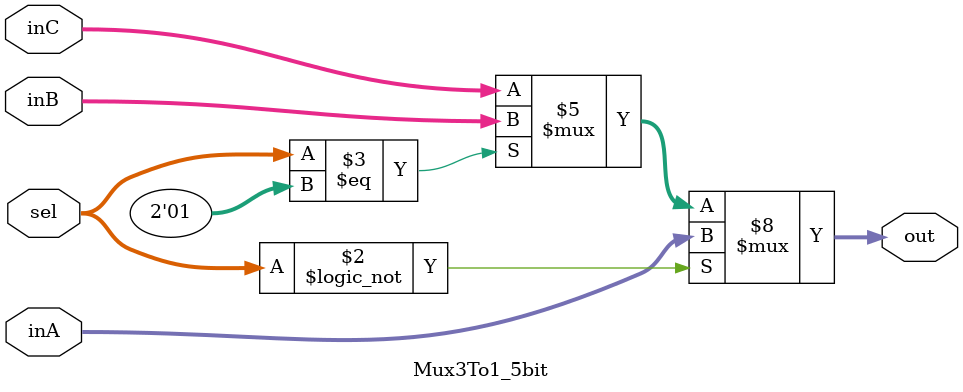
<source format=v>
`timescale 1ns / 1ps


module Mux3To1_5bit(out, inA, inB,inC, sel);

    output reg [4:0] out;
    
    input [4:0] inA;
    input [4:0] inB;
    input [4:0] inC;
    input [1:0] sel;

    always @(*) begin
    if(sel==0)begin
        out <= inA;
    end
    else if( sel ==1)begin
        out <= inB;
    end
    else begin
        out <= inC;
    end
        
end


endmodule

</source>
